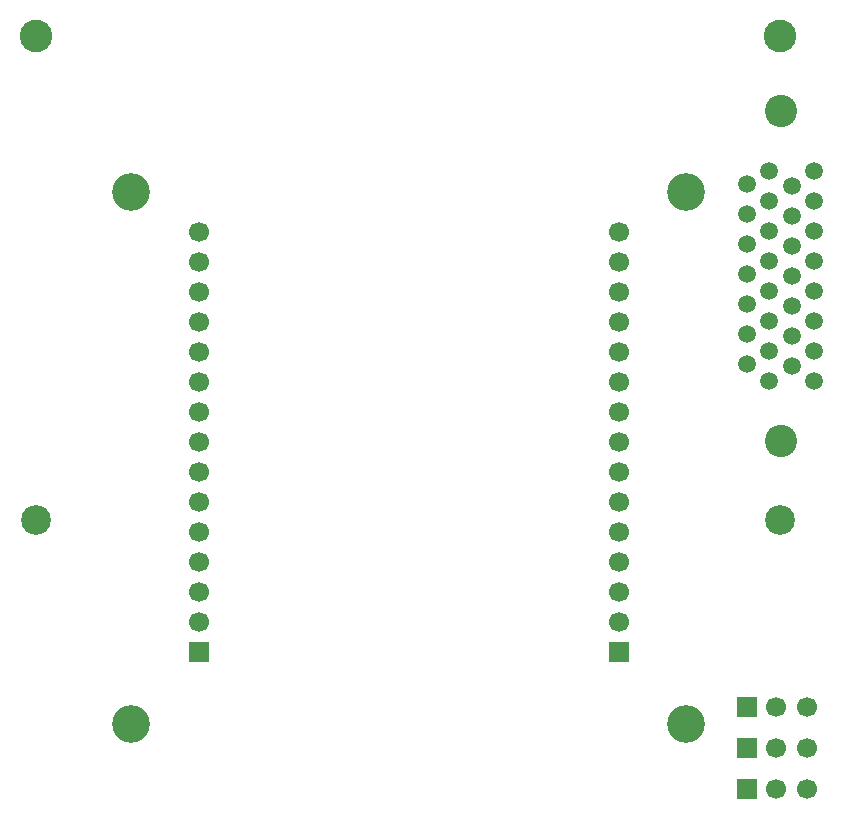
<source format=gts>
%FSLAX42Y42*%
%MOMM*%
G71*
G01*
G75*
G04 Layer_Color=8388736*
%ADD10C,0.20*%
%ADD11C,0.25*%
%ADD12C,1.50*%
%ADD13C,0.50*%
%ADD14C,1.30*%
%ADD15C,2.55*%
%ADD16C,2.30*%
%ADD17C,3.00*%
%ADD18R,1.50X1.50*%
%ADD19C,1.50*%
%ADD20R,1.50X1.50*%
%ADD21C,2.54*%
%ADD22C,1.27*%
%ADD23C,0.60*%
G04:AMPARAMS|DCode=24|XSize=0.61mm|YSize=1.7mm|CornerRadius=0.3mm|HoleSize=0mm|Usage=FLASHONLY|Rotation=90.000|XOffset=0mm|YOffset=0mm|HoleType=Round|Shape=RoundedRectangle|*
%AMROUNDEDRECTD24*
21,1,0.61,1.09,0,0,90.0*
21,1,0.00,1.70,0,0,90.0*
1,1,0.61,0.55,0.00*
1,1,0.61,0.55,0.00*
1,1,0.61,-0.55,0.00*
1,1,0.61,-0.55,0.00*
%
%ADD24ROUNDEDRECTD24*%
G04:AMPARAMS|DCode=25|XSize=2.82mm|YSize=1.02mm|CornerRadius=0.51mm|HoleSize=0mm|Usage=FLASHONLY|Rotation=0.000|XOffset=0mm|YOffset=0mm|HoleType=Round|Shape=RoundedRectangle|*
%AMROUNDEDRECTD25*
21,1,2.82,0.00,0,0,0.0*
21,1,1.80,1.02,0,0,0.0*
1,1,1.02,0.90,0.00*
1,1,1.02,-0.90,0.00*
1,1,1.02,-0.90,0.00*
1,1,1.02,0.90,0.00*
%
%ADD25ROUNDEDRECTD25*%
%ADD26R,1.70X0.46*%
%ADD27R,1.70X0.40*%
%ADD28R,2.11X1.50*%
%ADD29R,1.91X2.39*%
%ADD30R,1.91X1.19*%
%ADD31R,1.70X1.20*%
G04:AMPARAMS|DCode=32|XSize=0.5mm|YSize=1mm|CornerRadius=0.25mm|HoleSize=0mm|Usage=FLASHONLY|Rotation=270.000|XOffset=0mm|YOffset=0mm|HoleType=Round|Shape=RoundedRectangle|*
%AMROUNDEDRECTD32*
21,1,0.50,0.50,0,0,270.0*
21,1,0.00,1.00,0,0,270.0*
1,1,0.50,-0.25,0.00*
1,1,0.50,-0.25,0.00*
1,1,0.50,0.25,0.00*
1,1,0.50,0.25,0.00*
%
%ADD32ROUNDEDRECTD32*%
%ADD33R,1.00X0.50*%
%ADD34R,1.22X0.71*%
%ADD35C,0.38*%
%ADD36C,0.13*%
%ADD37C,1.50*%
%ADD38C,2.76*%
%ADD39C,2.51*%
%ADD40C,3.20*%
%ADD41R,1.70X1.70*%
%ADD42C,1.70*%
%ADD43R,1.70X1.70*%
%ADD44C,2.74*%
D37*
X2925Y1274D02*
D03*
X2735Y1401D02*
D03*
X2354Y1414D02*
D03*
Y1668D02*
D03*
Y1922D02*
D03*
Y2176D02*
D03*
Y2430D02*
D03*
Y2684D02*
D03*
Y2938D02*
D03*
X2544Y1274D02*
D03*
Y1528D02*
D03*
Y1782D02*
D03*
Y2036D02*
D03*
Y2290D02*
D03*
Y2544D02*
D03*
Y2798D02*
D03*
Y3052D02*
D03*
X2735Y2925D02*
D03*
Y2671D02*
D03*
Y2417D02*
D03*
Y2163D02*
D03*
Y1909D02*
D03*
Y1655D02*
D03*
X2925Y3052D02*
D03*
Y2798D02*
D03*
Y2544D02*
D03*
Y2290D02*
D03*
Y2036D02*
D03*
Y1782D02*
D03*
Y1528D02*
D03*
D38*
X2637Y4196D02*
D03*
X-3663D02*
D03*
D39*
Y96D02*
D03*
X2637D02*
D03*
D40*
X-2863Y-1629D02*
D03*
Y2871D02*
D03*
X1837D02*
D03*
Y-1629D02*
D03*
D41*
X1270Y-1016D02*
D03*
X-2286D02*
D03*
D42*
X1270Y-762D02*
D03*
Y-508D02*
D03*
Y-254D02*
D03*
Y0D02*
D03*
Y254D02*
D03*
Y508D02*
D03*
Y762D02*
D03*
Y1016D02*
D03*
Y1270D02*
D03*
Y1524D02*
D03*
Y1778D02*
D03*
Y2032D02*
D03*
Y2286D02*
D03*
Y2540D02*
D03*
X-2286Y-762D02*
D03*
Y-508D02*
D03*
Y-254D02*
D03*
Y0D02*
D03*
Y254D02*
D03*
Y508D02*
D03*
Y762D02*
D03*
Y1016D02*
D03*
Y1270D02*
D03*
Y1524D02*
D03*
Y1778D02*
D03*
Y2032D02*
D03*
Y2286D02*
D03*
Y2540D02*
D03*
X2858Y-1486D02*
D03*
X2603D02*
D03*
X2858Y-2184D02*
D03*
X2603D02*
D03*
X2858Y-1829D02*
D03*
X2603D02*
D03*
D43*
X2350Y-1486D02*
D03*
Y-2184D02*
D03*
Y-1829D02*
D03*
D44*
X2640Y766D02*
D03*
Y3560D02*
D03*
M02*

</source>
